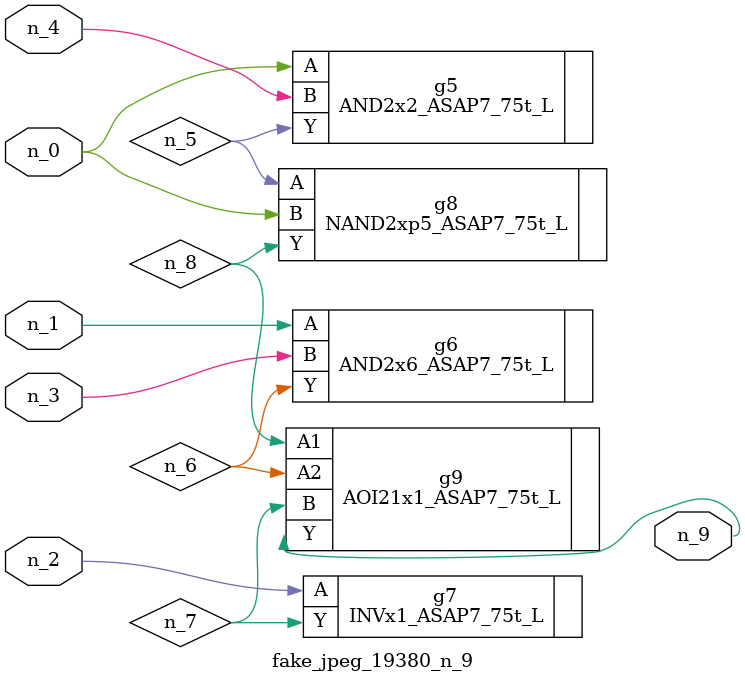
<source format=v>
module fake_jpeg_19380_n_9 (n_3, n_2, n_1, n_0, n_4, n_9);

input n_3;
input n_2;
input n_1;
input n_0;
input n_4;

output n_9;

wire n_8;
wire n_6;
wire n_5;
wire n_7;

AND2x2_ASAP7_75t_L g5 ( 
.A(n_0),
.B(n_4),
.Y(n_5)
);

AND2x6_ASAP7_75t_L g6 ( 
.A(n_1),
.B(n_3),
.Y(n_6)
);

INVx1_ASAP7_75t_L g7 ( 
.A(n_2),
.Y(n_7)
);

NAND2xp5_ASAP7_75t_L g8 ( 
.A(n_5),
.B(n_0),
.Y(n_8)
);

AOI21x1_ASAP7_75t_L g9 ( 
.A1(n_8),
.A2(n_6),
.B(n_7),
.Y(n_9)
);


endmodule
</source>
